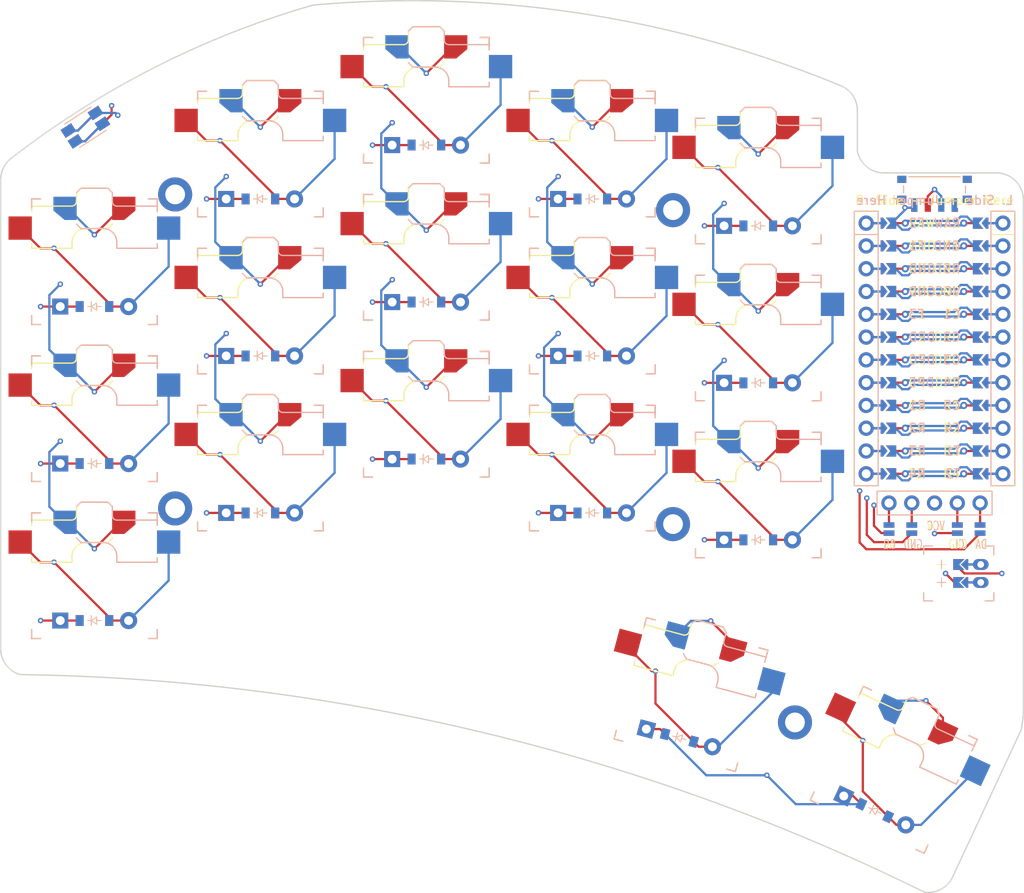
<source format=kicad_pcb>
(kicad_pcb (version 20221018) (generator pcbnew)
  (title_block (title "snak") (rev "0.1") (company "JackMatanky"))
  (layers (0 "F.Cu" signal) (31 "B.Cu" signal) (34 "B.Paste" user) (35 "F.Paste" user) (36 "B.SilkS" user "B.Silkscreen") (37 "F.SilkS" user "F.Silkscreen") (38 "B.Mask" user) (39 "F.Mask" user) (44 "Edge.Cuts" user))
  (net 0 "")
  (net 1 "C1")
  (net 2 "pinky_bot")
  (net 3 "pinky_mid")
  (net 4 "pinky_top")
  (net 5 "C2")
  (net 6 "ring_bot")
  (net 7 "ring_mid")
  (net 8 "ring_top")
  (net 9 "C3")
  (net 10 "middle_bot")
  (net 11 "middle_mid")
  (net 12 "middle_top")
  (net 13 "C4")
  (net 14 "index_bot")
  (net 15 "index_mid")
  (net 16 "index_top")
  (net 17 "C5")
  (net 18 "inner_bot")
  (net 19 "inner_mid")
  (net 20 "inner_top")
  (net 21 "T1")
  (net 22 "out_home")
  (net 23 "T2")
  (net 24 "in_home")
  (net 25 "R3")
  (net 26 "R2")
  (net 27 "R1")
  (net 28 "R4")
  (net 29 "RAW")
  (net 30 "GND")
  (net 31 "RST")
  (net 32 "VCC")
  (net 33 "F4")
  (net 34 "F2")
  (net 35 "F1")
  (net 36 "F3")
  (net 37 "DPD")
  (net 38 "DPC")
  (net 39 "DPE")
  (net 40 "MCU1_24")
  (net 41 "MCU1_1")
  (net 42 "MCU1_23")
  (net 43 "MCU1_2")
  (net 44 "MCU1_22")
  (net 45 "MCU1_3")
  (net 46 "MCU1_21")
  (net 47 "MCU1_4")
  (net 48 "MCU1_20")
  (net 49 "MCU1_5")
  (net 50 "MCU1_19")
  (net 51 "MCU1_6")
  (net 52 "MCU1_18")
  (net 53 "MCU1_7")
  (net 54 "MCU1_17")
  (net 55 "MCU1_8")
  (net 56 "MCU1_16")
  (net 57 "MCU1_9")
  (net 58 "MCU1_15")
  (net 59 "MCU1_10")
  (net 60 "MCU1_14")
  (net 61 "MCU1_11")
  (net 62 "MCU1_13")
  (net 63 "MCU1_12")
  (net 64 "DISP1_1")
  (net 65 "DISP1_2")
  (net 66 "DISP1_4")
  (net 67 "DISP1_5")
  (net 68 "pos")
  (net 69 "JST1_1")
  (net 70 "JST1_2")
  (footprint "VIA-0.6mm" (layer "F.Cu") (at 192.692132 113.931374 -25)
    (fp_text reference "REF**" hide)
    (fp_text value "VIA-0.6mm" hide)
  )
  (footprint "VIA-0.6mm" (layer "F.Cu") (at 132.5 63)
    (fp_text reference "REF**" hide)
    (fp_text value "VIA-0.6mm" hide)
  )
  (footprint "VIA-0.6mm" (layer "F.Cu") (at 137 79)
    (fp_text reference "REF**" hide)
    (fp_text value "VIA-0.6mm" hide)
  )
  (footprint "PG1350" (layer "F.Cu") (at 155.5 53)
    (fp_text reference "S12" hide)
    (fp_text value "")
  )
  (footprint "ComboDiode" (layer "F.Cu") (at 100 105)
    (fp_text reference "D1" hide)
    (fp_text value "" hide)
  )
  (footprint "ComboDiode" (layer "F.Cu") (at 155.5 75.5)
    (fp_text reference "D11" hide)
    (fp_text value "" hide)
  )
  (footprint "mounting_hole" (layer "F.Cu") (at 178.09111 116.355829 -15)
    (fp_text reference "H5" hide)
    (fp_text value "")
  )
  (footprint "VIA-0.6mm" (layer "F.Cu") (at 151 86.5)
    (fp_text reference "REF**" hide)
    (fp_text value "VIA-0.6mm" hide)
  )
  (footprint "VIA-0.6mm" (layer "F.Cu") (at 132.5 80.5)
    (fp_text reference "REF**" hide)
    (fp_text value "VIA-0.6mm" hide)
  )
  (footprint "ComboDiode" (layer "F.Cu") (at 155.5 58)
    (fp_text reference "D12" hide)
    (fp_text value "" hide)
  )
  (footprint "PG1350" (layer "F.Cu") (at 118.5 70.5)
    (fp_text reference "S5" hide)
    (fp_text value "")
  )
  (footprint "VIA-0.6mm" (layer "F.Cu") (at 186.1 91.35)
    (fp_text reference "REF**" hide)
    (fp_text value "VIA-0.6mm" hide)
  )
  (footprint "PG1350" (layer "F.Cu") (at 137 47)
    (fp_text reference "S9" hide)
    (fp_text value "")
  )
  (footprint "VIA-0.6mm" (layer "F.Cu") (at 95.5 81)
    (fp_text reference "REF**" hide)
    (fp_text value "VIA-0.6mm" hide)
  )
  (footprint "PG1350" (layer "F.Cu") (at 174 56)
    (fp_text reference "S15" hide)
    (fp_text value "")
  )
  (footprint "PG1350" (layer "F.Cu") (at 155.5 88)
    (fp_text reference "S10" hide)
    (fp_text value "")
  )
  (footprint "ComboDiode" (layer "F.Cu") (at 118.5 58)
    (fp_text reference "D6" hide)
    (fp_text value "" hide)
  )
  (footprint "PG1350" (layer "F.Cu") (at 137 64.5)
    (fp_text reference "S8" hide)
    (fp_text value "")
  )
  (footprint "ComboDiode" (layer "F.Cu") (at 100 70)
    (fp_text reference "D3" hide)
    (fp_text value "" hide)
  )
  (footprint "VIA-0.6mm" (layer "F.Cu") (at 132.5 45.5)
    (fp_text reference "REF**" hide)
    (fp_text value "VIA-0.6mm" hide)
  )
  (footprint "VIA-0.6mm" (layer "F.Cu") (at 162.541562 110.636426 -15)
    (fp_text reference "REF**" hide)
    (fp_text value "VIA-0.6mm" hide)
  )
  (footprint "PG1350" (layer "F.Cu") (at 100 100)
    (fp_text reference "S1" hide)
    (fp_text value "")
  )
  (footprint "VIA-0.6mm" (layer "F.Cu") (at 149.5 93)
    (fp_text reference "REF**" hide)
    (fp_text value "VIA-0.6mm" hide)
  )
  (footprint "VIA-0.6mm" (layer "F.Cu") (at 96.2 67.5)
    (fp_text reference "REF**" hide)
    (fp_text value "VIA-0.6mm" hide)
  )
  (footprint "PG1350" (layer "F.Cu") (at 100 82.5)
    (fp_text reference "S2" hide)
    (fp_text value "")
  )
  (footprint "mounting_hole" (layer "F.Cu") (at 109 57.5)
    (fp_text reference "H1" hide)
    (fp_text value "")
  )
  (footprint "VIA-0.6mm" (layer "F.Cu") (at 114 86.5)
    (fp_text reference "REF**" hide)
    (fp_text value "VIA-0.6mm" hide)
  )
  (footprint "ComboDiode" (layer "F.Cu") (at 118.5 75.5)
    (fp_text reference "D5" hide)
    (fp_text value "" hide)
  )
  (footprint "VIA-0.6mm" (layer "F.Cu") (at 101.913543 47.601169 123)
    (fp_text reference "REF**" hide)
    (fp_text value "VIA-0.6mm" hide)
  )
  (footprint "VIA-0.6mm" (layer "F.Cu") (at 133.2 49.5)
    (fp_text reference "REF**" hide)
    (fp_text value "VIA-0.6mm" hide)
  )
  (footprint "ComboDiode" (layer "F.Cu") (at 174 96)
    (fp_text reference "D13" hide)
    (fp_text value "" hide)
  )
  (footprint "ComboDiode" (layer "F.Cu") (at 174 61)
    (fp_text reference "D15" hide)
    (fp_text value "" hide)
  )
  (footprint "ComboDiode" (layer "F.Cu") (at 137 87)
    (fp_text reference "D7" hide)
    (fp_text value "" hide)
  )
  (footprint "mounting_hole" (layer "F.Cu") (at 164.5 59.25)
    (fp_text reference "H3" hide)
    (fp_text value "")
  )
  (footprint "VIA-0.6mm" (layer "F.Cu") (at 169.5 89.5)
    (fp_text reference "REF**" hide)
    (fp_text value "VIA-0.6mm" hide)
  )
  (footprint "nice!view" (layer "F.Cu") (at 193.65 75.2)
    (fp_text reference "DISP1" hide)
    (fp_text value "")
  )
  (footprint "VIA-0.6mm" (layer "F.Cu") (at 114.7 73)
    (fp_text reference "REF**" hide)
    (fp_text value "VIA-0.6mm" hide)
  )
  (footprint "PG1350" (layer "F.Cu") (at 189.099877 121.63499 -25)
    (fp_text reference "S17" hide)
    (fp_text value "")
  )
  (footprint "JST_PH_S2B-PH-K" (layer "F.Cu") (at 198.8 99.75 -90)
    (fp_text reference "JST1" hide)
    (fp_text value "")
  )
  (footprint "VIA-0.6mm" (layer "F.Cu") (at 170.2 58.5)
    (fp_text reference "REF**" hide)
    (fp_text value "VIA-0.6mm" hide)
  )
  (footprint "VIA-0.6mm" (layer "F.Cu") (at 201.15 99.75 -90)
    (fp_text reference "REF**" hide)
    (fp_text value "VIA-0.6mm" hide)
  )
  (footprint "PG1350" (layer "F.Cu") (at 118.5 88)
    (fp_text reference "S4" hide)
    (fp_text value "")
  )
  (footprint "VIA-0.6mm" (layer "F.Cu") (at 155.5 50)
    (fp_text reference "REF**" hide)
    (fp_text value "VIA-0.6mm" hide)
  )
  (footprint "VIA-0.6mm" (layer "F.Cu") (at 186.9 92.15)
    (fp_text reference "REF**" hide)
    (fp_text value "VIA-0.6mm" hide)
  )
  (footprint "VIA-0.6mm" (layer "F.Cu") (at 168 96)
    (fp_text reference "REF**" hide)
    (fp_text value "VIA-0.6mm" hide)
  )
  (footprint "VIA-0.6mm" (layer "F.Cu") (at 155.5 85)
    (fp_text reference "REF**" hide)
    (fp_text value "VIA-0.6mm" hide)
  )
  (footprint "VIA-0.6mm" (layer "F.Cu") (at 100 62)
    (fp_text reference "REF**" hide)
    (fp_text value "VIA-0.6mm" hide)
  )
  (footprint "VIA-0.6mm" (layer "F.Cu") (at 94 105)
    (fp_text reference "REF**" hide)
    (fp_text value "VIA-0.6mm" hide)
  )
  (footprint "VIA-0.6mm" (layer "F.Cu") (at 151 51.5)
    (fp_text reference "REF**" hide)
    (fp_text value "VIA-0.6mm" hide)
  )
  (footprint "VIA-0.6mm" (layer "F.Cu") (at 151.7 73)
    (fp_text reference "REF**" hide)
    (fp_text value "VIA-0.6mm" hide)
  )
  (footprint "VIA-0.6mm" (layer "F.Cu") (at 133.2 67)
    (fp_text reference "REF**" hide)
    (fp_text value "VIA-0.6mm" hide)
  )
  (footprint "VIA-0.6mm" (layer "F.Cu") (at 131 87)
    (fp_text reference "REF**" hide)
    (fp_text value "VIA-0.6mm" hide)
  )
  (footprint "VIA-0.6mm" (layer "F.Cu") (at 100 79.5)
    (fp_text reference "REF**" hide)
    (fp_text value "VIA-0.6mm" hide)
  )
  (footprint "VIA-0.6mm" (layer "F.Cu") (at 169.5 54.5)
    (fp_text reference "REF**" hide)
    (fp_text value "VIA-0.6mm" hide)
  )
  (footprint "VIA-0.6mm" (layer "F.Cu") (at 94 70)
    (fp_text reference "REF**" hide)
    (fp_text value "VIA-0.6mm" hide)
  )
  (footprint "VIA-0.6mm" (layer "F.Cu") (at 112.5 75.5)
    (fp_text reference "REF**" hide)
    (fp_text value "VIA-0.6mm" hide)
  )
  (footprint "VIA-0.6mm" (layer "F.Cu") (at 95.5 98.5)
    (fp_text reference "REF**" hide)
    (fp_text value "VIA-0.6mm" hide)
  )
  (footprint "VIA-0.6mm" (layer "F.Cu") (at 174 70.5)
    (fp_text reference "REF**" hide)
    (fp_text value "VIA-0.6mm" hide)
  )
  (footprint "VIA-0.6mm" (layer "F.Cu") (at 118.5 50)
    (fp_text reference "REF**" hide)
    (fp_text value "VIA-0.6mm" hide)
  )
  (footprint "VIA-0.6mm" (layer "F.Cu") (at 131 52)
    (fp_text reference "REF**" hide)
    (fp_text value "VIA-0.6mm" hide)
  )
  (footprint "ComboDiode" (layer "F.Cu") (at 137 52)
    (fp_text reference "D9" hide)
    (fp_text value "" hide)
  )
  (footprint "VIA-0.6mm" (layer "F.Cu") (at 112.5 93)
    (fp_text reference "REF**" hide)
    (fp_text value "VIA-0.6mm" hide)
  )
  (footprint "VIA-0.6mm" (layer "F.Cu") (at 149.5 58)
    (fp_text reference "REF**" hide)
    (fp_text value "VIA-0.6mm" hide)
  )
  (footprint "VIA-0.6mm" (layer "F.Cu") (at 149.5 75.5)
    (fp_text reference "REF**" hide)
    (fp_text value "VIA-0.6mm" hide)
  )
  (footprint "VIA-0.6mm" (layer "F.Cu") (at 118.5 85)
    (fp_text reference "REF**" hide)
    (fp_text value "VIA-0.6mm" hide)
  )
  (footprint "mounting_hole" (layer "F.Cu") (at 164.5 94.25)
    (fp_text reference "H4" hide)
    (fp_text value "")
  )
  (footprint "nice_nano" (layer "F.Cu") (at 193.65 73.4)
    (fp_text reference "MCU1" hide)
    (fp_text value "")
  )
  (footprint "mounting_hole" (layer "F.Cu") (at 109 92.5)
    (fp_text reference "H2" hide)
    (fp_text value "")
  )
  (footprint "VIA-0.6mm" (layer "F.Cu") (at 95.5 63.5)
    (fp_text reference "REF**" hide)
    (fp_text value "VIA-0.6mm" hide)
  )
  (footprint "ComboDiode" (layer "F.Cu") (at 118.5 93)
    (fp_text reference "D4" hide)
    (fp_text value "" hide)
  )
  (footprint "VIA-0.6mm" (layer "F.Cu") (at 112.5 58)
    (fp_text reference "REF**" hide)
    (fp_text value "VIA-0.6mm" hide)
  )
  (footprint "PG1350" (layer "F.Cu") (at 100 65)
    (fp_text reference "S3" hide)
    (fp_text value "")
  )
  (footprint "VIA-0.6mm" (layer "F.Cu") (at 174 53)
    (fp_text reference "REF**" hide)
    (fp_text value "VIA-0.6mm" hide)
  )
  (footprint "VIA-0.6mm" (layer "F.Cu") (at 168 61)
    (fp_text reference "REF**" hide)
    (fp_text value "VIA-0.6mm" hide)
  )
  (footprint "PG1350" (layer "F.Cu") (at 118.5 53)
    (fp_text reference "S6" hide)
    (fp_text value "")
  )
  (footprint "VIA-0.6mm" (layer "F.Cu") (at 185.3 90.55)
    (fp_text reference "REF**" hide)
    (fp_text value "VIA-0.6mm" hide)
  )
  (footprint "VIA-0.6mm" (layer "F.Cu") (at 94 87.5)
    (fp_text reference "REF**" hide)
    (fp_text value "VIA-0.6mm" hide)
  )
  (footprint "VIA-0.6mm" (layer "F.Cu") (at 118.5 67.5)
    (fp_text reference "REF**" hide)
    (fp_text value "VIA-0.6mm" hide)
  )
  (footprint "VIA-0.6mm" (layer "F.Cu") (at 168.699962 105.039631 -15)
    (fp_text reference "REF**" hide)
    (fp_text value "VIA-0.6mm" hide)
  )
  (footprint "VIA-0.6mm" (layer "F.Cu") (at 190.35 58.975 90)
    (fp_text reference "REF**" hide)
    (fp_text value "VIA-0.6mm" hide)
  )
  (footprint "power_switch" (layer "F.Cu") (at 193.65 56.95 90)
    (fp_text reference "SW1" hide)
    (fp_text value "")
  )
  (footprint "sw_reset_side" (layer "F.Cu") (at 99 50 123)
    (fp_text reference "SW2" hide)
    (fp_text value "")
  )
  (footprint "VIA-0.6mm" (layer "F.Cu") (at 131 69.5)
    (fp_text reference "REF**" hide)
    (fp_text value "VIA-0.6mm" hide)
  )
  (footprint "VIA-0.6mm" (layer "F.Cu") (at 155.5 67.5)
    (fp_text reference "REF**" hide)
    (fp_text value "VIA-0.6mm" hide)
  )
  (footprint "PG1350" (layer "F.Cu") (at 166.5 113.25 -15)
    (fp_text reference "S16" hide)
    (fp_text value "")
  )
  (footprint "VIA-0.6mm" (layer "F.Cu") (at 114.7 55.5)
    (fp_text reference "REF**" hide)
    (fp_text value "VIA-0.6mm" hide)
  )
  (footprint "ComboDiode" (layer "F.Cu") (at 186.986786 126.166529 -25)
    (fp_text reference "D17" hide)
    (fp_text value "" hide)
  )
  (footprint "ComboDiode" (layer "F.Cu") (at 100 87.5)
    (fp_text reference "D2" hide)
    (fp_text value "" hide)
  )
  (footprint "VIA-0.6mm" (layer "F.Cu") (at 174.959897 122.246118 -15)
    (fp_text reference "REF**" hide)
    (fp_text value "VIA-0.6mm" hide)
  )
  (footprint "VIA-0.6mm" (layer "F.Cu") (at 96.2 85)
    (fp_text reference "REF**" hide)
    (fp_text value "VIA-0.6mm" hide)
  )
  (footprint "VIA-0.6mm" (layer "F.Cu") (at 151.7 55.5)
    (fp_text reference "REF**" hide)
    (fp_text value "VIA-0.6mm" hide)
  )
  (footprint "VIA-0.6mm" (layer "F.Cu") (at 100 97)
    (fp_text reference "REF**" hide)
    (fp_text value "VIA-0.6mm" hide)
  )
  (footprint "PG1350" (layer "F.Cu") (at 174 91)
    (fp_text reference "S13" hide)
    (fp_text value "")
  )
  (footprint "VIA-0.6mm" (layer "F.Cu") (at 174 88)
    (fp_text reference "REF**" hide)
    (fp_text value "VIA-0.6mm" hide)
  )
  (footprint "VIA-0.6mm" (layer "F.Cu") (at 151 69)
    (fp_text reference "REF**" hide)
    (fp_text value "VIA-0.6mm" hide)
  )
  (footprint "PG1350" (layer "F.Cu") (at 137 82)
    (fp_text reference "S7" hide)
    (fp_text value "")
  )
  (footprint "VIA-0.6mm" (layer "F.Cu") (at 102.607958 48.670474 123)
    (fp_text reference "REF**" hide)
    (fp_text value "VIA-0.6mm" hide)
  )
  (footprint "VIA-0.6mm" (layer "F.Cu") (at 137 61.5)
    (fp_text reference "REF**" hide)
    (fp_text value "VIA-0.6mm" hide)
  )
  (footprint "VIA-0.6mm" (layer "F.Cu") (at 185.655419 118.373746 -25)
    (fp_text reference "REF**" hide)
    (fp_text value "VIA-0.6mm" hide)
  )
  (footprint "ComboDiode" (layer "F.Cu") (at 137 69.5)
    (fp_text reference "D8" hide)
    (fp_text value "" hide)
  )
  (footprint "ComboDiode" (layer "F.Cu") (at 165.205905 118.079629 -15)
    (fp_text reference "D16" hide)
    (fp_text value "" hide)
  )
  (footprint "VIA-0.6mm" (layer "F.Cu") (at 168 78.5)
    (fp_text reference "REF**" hide)
    (fp_text value "VIA-0.6mm" hide)
  )
  (footprint "VIA-0.6mm" (layer "F.Cu") (at 193.65 95.3)
    (fp_text reference "REF**" hide)
    (fp_text value "VIA-0.6mm" hide)
  )
  (footprint "ComboDiode" (layer "F.Cu") (at 174 78.5)
    (fp_text reference "D14" hide)
    (fp_text value "" hide)
  )
  (footprint "ComboDiode" (layer "F.Cu") (at 155.5 93)
    (fp_text reference "D10" hide)
    (fp_text value "" hide)
  )
  (footprint "VIA-0.6mm" (layer "F.Cu") (at 194.875 99.75 -90)
    (fp_text reference "REF**" hide)
    (fp_text value "VIA-0.6mm" hide)
  )
  (footprint "PG1350" (layer "F.Cu") (at 155.5 70.5)
    (fp_text reference "S11" hide)
    (fp_text value "")
  )
  (footprint "VIA-0.6mm" (layer "F.Cu") (at 170.2 76)
    (fp_text reference "REF**" hide)
    (fp_text value "VIA-0.6mm" hide)
  )
  (footprint "VIA-0.6mm" (layer "F.Cu") (at 137 44)
    (fp_text reference "REF**" hide)
    (fp_text value "VIA-0.6mm" hide)
  )
  (footprint "VIA-0.6mm" (layer "F.Cu") (at 193.65 56.95 90)
    (fp_text reference "REF**" hide)
    (fp_text value "VIA-0.6mm" hide)
  )
  (footprint "VIA-0.6mm" (layer "F.Cu") (at 114 69)
    (fp_text reference "REF**" hide)
    (fp_text value "VIA-0.6mm" hide)
  )
  (footprint "PG1350" (layer "F.Cu") (at 174 73.5)
    (fp_text reference "S14" hide)
    (fp_text value "")
  )
  (footprint "VIA-0.6mm" (layer "F.Cu") (at 169.5 72)
    (fp_text reference "REF**" hide)
    (fp_text value "VIA-0.6mm" hide)
  )
  (footprint "VIA-0.6mm" (layer "F.Cu") (at 114 51.5)
    (fp_text reference "REF**" hide)
    (fp_text value "VIA-0.6mm" hide)
  )
  (gr_arc (start 89.55 55.853425) (mid 89.855934 54.533573) (end 90.71134 53.482912) (stroke (width 0.15)) (layer "Edge.Cuts"))
  (gr_line (start 203.329255 117.148209) (end 195.668338 133.577098) (stroke (width 0.15)) (layer "Edge.Cuts"))
  (gr_line (start 203.55 58.1) (end 203.55 115.55) (stroke (width 0.15)) (layer "Edge.Cuts"))
  (gr_line (start 89.55 108.136568) (end 89.55 55.853425) (stroke (width 0.15)) (layer "Edge.Cuts"))
  (gr_line (start 188 55.1) (end 200.55 55.1) (stroke (width 0.15)) (layer "Edge.Cuts"))
  (gr_line (start 185.05 52.645436) (end 185.05 48.15509) (stroke (width 0.15)) (layer "Edge.Cuts"))
  (gr_arc (start 188 55.1) (mid 186.081186 54.406112) (end 185.05 52.645436) (stroke (width 0.15)) (layer "Edge.Cuts"))
  (gr_arc (start 91.729528 111.022192) (mid 143.483319 117.522792) (end 192.528304 135.279541) (stroke (width 0.15)) (layer "Edge.Cuts"))
  (gr_arc (start 90.711341 53.482912) (mid 106.599129 43.400276) (end 124.094477 36.472495) (stroke (width 0.15)) (layer "Edge.Cuts"))
  (gr_arc (start 91.729527 111.022192) (mid 90.15611 109.944686) (end 89.55 108.136568) (stroke (width 0.15)) (layer "Edge.Cuts"))
  (gr_arc (start 200.55 55.1) (mid 202.67132 55.97868) (end 203.55 58.1) (stroke (width 0.15)) (layer "Edge.Cuts"))
  (gr_arc (start 124.673264 36.364467) (mid 154.476426 37.3582) (end 183.196172 45.382674) (stroke (width 0.15)) (layer "Edge.Cuts"))
  (gr_arc (start 183.196172 45.382674) (mid 184.543844 46.487534) (end 185.05 48.15509) (stroke (width 0.15)) (layer "Edge.Cuts"))
  (gr_line (start 203.55 115.55) (end 203.329255 117.148209) (stroke (width 0.15)) (layer "Edge.Cuts"))
  (gr_arc (start 124.094477 36.472495) (mid 124.381214 36.404248) (end 124.673265 36.364467) (stroke (width 0.15)) (layer "Edge.Cuts"))
  (gr_arc (start 195.668337 133.577097) (mid 194.379297 134.946558) (end 192.528304 135.27954) (stroke (width 0.15)) (layer "Edge.Cuts"))
  (segment (start 198.43 70.86) (end 196.91 70.86) (width 0.25) (layer "F.Cu") (net 1))
  (segment (start 103.275 76.55) (end 102.95 76.55) (width 0.25) (layer "F.Cu") (net 1))
  (segment (start 102.95 59.05) (end 100 62) (width 0.25) (layer "F.Cu") (net 1))
  (segment (start 103.275 59.05) (end 102.95 59.05) (width 0.25) (layer "F.Cu") (net 1))
  (segment (start 102.95 76.55) (end 100 79.5) (width 0.25) (layer "F.Cu") (net 1))
  (segment (start 103.275 94.05) (end 102.95 94.05) (width 0.25) (layer "F.Cu") (net 1))
  (segment (start 102.95 94.05) (end 100 97) (width 0.25) (layer "F.Cu") (net 1))
  (segment (start 94.976 86.224) (end 96.2 85) (width 0.25) (layer "B.Cu") (net 1))
  (segment (start 94.976 92.301) (end 94.976 86.224) (width 0.25) (layer "B.Cu") (net 1))
  (segment (start 191.11 71.2) (end 191.2 71.11) (width 0.25) (layer "B.Cu") (net 1))
  (segment (start 96.725 59.05) (end 97.05 59.05) (width 0.25) (layer "B.Cu") (net 1))
  (segment (start 96.725 94.05) (end 94.976 92.301) (width 0.25) (layer "B.Cu") (net 1))
  (segment (start 190.04 71.59) (end 190.74 71.59) (width 0.25) (layer "B.Cu") (net 1))
  (segment (start 188.88 70.86) (end 189.31 70.86) (width 0.25) (layer "B.Cu") (net 1))
  (segment (start 96.725 76.55) (end 94.976 74.801) (width 0.25) (layer "B.Cu") (net 1))
  (segment (start 191.11 71.21) (end 191.11 71.2) (width 0.25) (layer "B.Cu") (net 1))
  (segment (start 196.66 71.11) (end 196.91 70.86) (width 0.25) (layer "B.Cu") (net 1))
  (segment (start 96.725 94.05) (end 97.05 94.05) (width 0.25) (layer "B.Cu") (net 1))
  (segment (start 97.05 76.55) (end 100 79.5) (width 0.25) (layer "B.Cu") (net 1))
  (segment (start 96.725 76.55) (end 97.05 76.55) (width 0.25) (layer "B.Cu") (net 1))
  (segment (start 94.976 74.801) (end 94.976 68.724) (width 0.25) (layer "B.Cu") (net 1))
  (segment (start 191.2 71.11) (end 196.66 71.11) (width 0.25) (layer "B.Cu") (net 1))
  (segment (start 94.976 68.724) (end 96.2 67.5) (width 0.25) (layer "B.Cu") (net 1))
  (segment (start 190.74 71.59) (end 191.11 71.21) (width 0.25) (layer "B.Cu") (net 1))
  (segment (start 97.05 59.05) (end 100 62) (width 0.25) (layer "B.Cu") (net 1))
  (segment (start 97.05 94.05) (end 100 97) (width 0.25) (layer "B.Cu") (net 1))
  (segment (start 189.31 70.86) (end 190.04 71.59) (width 0.25) (layer "B.Cu") (net 1))
  (segment (start 91.725 96.25) (end 93.975 98.5) (width 0.25) (layer "F.Cu") (net 2))
  (segment (start 95.5 98.5) (end 101.65 104.65) (width 0.25) (layer "F.Cu") (net 2))
  (segment (start 93.975 98.5) (end 95.5 98.5) (width 0.25) (layer "F.Cu") (net 2))
  (segment (start 103.81 105) (end 101.65 105) (width 0.25) (layer "F.Cu") (net 2))
  (segment (start 101.65 104.65) (end 101.65 105) (width 0.25) (layer "F.Cu") (net 2))
  (segment (start 108.275 100.535) (end 103.81 105) (width 0.25) (layer "B.Cu") (net 2))
  (segment (start 108.275 96.25) (end 108.275 100.535) (width 0.25) (layer "B.Cu") (net 2))
  (segment (start 93.975 81) (end 95.5 81) (width 0.25) (layer "F.Cu") (net 3))
  (segment (start 103.81 87.5) (end 101.65 87.5) (width 0.25) (layer "F.Cu") (net 3))
  (segment (start 95.5 81) (end 101.65 87.15) (width 0.25) (layer "F.Cu") (net 3))
  (segment (start 91.725 78.75) (end 93.975 81) (width 0.25) (layer "F.Cu") (net 3))
  (segment (start 101.65 87.15) (end 101.65 87.5) (width 0.25) (layer "F.Cu") (net 3))
  (segment (start 108.275 83.035) (end 103.81 87.5) (width 0.25) (layer "B.Cu") (net 3))
  (segment (start 108.275 78.75) (end 108.275 83.035) (width 0.25) (layer "B.Cu") (net 3))
  (segment (start 93.975 63.5) (end 95.5 63.5) (width 0.25) (layer "F.Cu") (net 4))
  (segment (start 101.65 69.65) (end 101.65 70) (width 0.25) (layer "F.Cu") (net 4))
  (segment (start 95.5 63.5) (end 101.65 69.65) (width 0.25) (layer "F.Cu") (net 4))
  (segment (start 91.725 61.25) (end 93.975 63.5) (width 0.25) (layer "F.Cu") (net 4))
  (segment (start 101.65 70) (end 103.81 70) (width 0.25) (layer "F.Cu") (net 4))
  (segment (start 108.275 65.535) (end 103.81 70) (width 0.25) (layer "B.Cu") (net 4))
  (segment (start 108.275 61.25) (end 108.275 65.535) (width 0.25) (layer "B.Cu") (net 4))
  (segment (start 121.775 64.55) (end 121.45 64.55) (width 0.25) (layer "F.Cu") (net 5))
  (segment (start 198.43 73.4) (end 196.91 73.4) (width 0.25) (layer "F.Cu") (net 5))
  (segment (start 121.45 64.55) (end 118.5 67.5) (width 0.25) (layer "F.Cu") (net 5))
  (segment (start 121.775 47.05) (end 121.45 47.05) (width 0.25) (layer "F.Cu") (net 5))
  (segment (start 121.45 47.05) (end 118.5 50) (width 0.25) (layer "F.Cu") (net 5))
  (segment (start 121.45 82.05) (end 118.5 85) (width 0.25) (layer "F.Cu") (net 5))
  (segment (start 121.775 82.05) (end 121.45 82.05) (width 0.25) (layer "F.Cu") (net 5))
  (segment (start 191.2 73.65) (end 196.66 73.65) (width 0.25) (layer "B.Cu") (net 5))
  (segment (start 115.225 64.55) (end 115.55 64.55) (width 0.25) (layer "B.Cu") (net 5))
  (segment (start 191.11 73.74) (end 191.2 73.65) (width 0.25) (layer "B.Cu") (net 5))
  (segment (start 115.55 64.55) (end 118.5 67.5) (width 0.25) (layer "B.Cu") (net 5))
  (segment (start 188.88 73.4) (end 189.31 73.4) (width 0.25) (layer "B.Cu") (net 5))
  (segment (start 115.225 82.05) (end 115.55 82.05) (width 0.25) (layer "B.Cu") (net 5))
  (segment (start 113.476 74.224) (end 114.7 73) (width 0.25) (layer "B.Cu") (net 5))
  (segment (start 113.476 56.724) (end 114.7 55.5) (width 0.25) (layer "B.Cu") (net 5))
  (segment (start 190.04 74.13) (end 190.74 74.13) (width 0.25) (layer "B.Cu") (net 5))
  (segment (start 115.55 82.05) (end 118.5 85) (width 0.25) (layer "B.Cu") (net 5))
  (segment (start 191.11 73.75) (end 191.11 73.74) (width 0.25) (layer "B.Cu") (net 5))
  (segment (start 189.31 73.4) (end 190.04 74.13) (width 0.25) (layer "B.Cu") (net 5))
  (segment (start 115.55 47.05) (end 118.5 50) (width 0.25) (layer "B.Cu") (net 5))
  (segment (start 190.74 74.13) (end 191.11 73.75) (width 0.25) (layer "B.Cu") (net 5))
  (segment (start 115.225 64.55) (end 113.476 62.801) (width 0.25) (layer "B.Cu") (net 5))
  (segment (start 196.66 73.65) (end 196.91 73.4) (width 0.25) (layer "B.Cu") (net 5))
  (segment (start 113.476 62.801) (end 113.476 56.724) (width 0.25) (layer "B.Cu") (net 5))
  (segment (start 113.476 80.301) (end 113.476 74.224) (width 0.25) (layer "B.Cu") (net 5))
  (segment (start 115.225 82.05) (end 113.476 80.301) (width 0.25) (layer "B.Cu") (net 5))
  (segment (start 115.225 47.05) (end 115.55 47.05) (width 0.25) (layer "B.Cu") (net 5))
  (segment (start 120.15 92.65) (end 120.15 93) (width 0.25) (layer "F.Cu") (net 6))
  (segment (start 110.225 84.25) (end 112.475 86.5) (width 0.25) (layer "F.Cu") (net 6))
  (segment (start 114 86.5) (end 120.15 92.65) (width 0.25) (layer "F.Cu") (net 6))
  (segment (start 112.475 86.5) (end 114 86.5) (width 0.25) (layer "F.Cu") (net 6))
  (segment (start 122.31 93) (end 120.15 93) (width 0.25) (layer "F.Cu") (net 6))
  (segment (start 126.775 88.535) (end 122.31 93) (width 0.25) (layer "B.Cu") (net 6))
  (segment (start 126.775 84.25) (end 126.775 88.535) (width 0.25) (layer "B.Cu") (net 6))
  (segment (start 122.31 75.5) (end 120.15 75.5) (width 0.25) (layer "F.Cu") (net 7))
  (segment (start 112.475 69) (end 114 69) (width 0.25) (layer "F.Cu") (net 7))
  (segment (start 110.225 66.75) (end 112.475 69) (width 0.25) (layer "F.Cu") (net 7))
  (segment (start 114 69) (end 120.15 75.15) (width 0.25) (layer "F.Cu") (net 7))
  (segment (start 120.15 75.15) (end 120.15 75.5) (width 0.25) (layer "F.Cu") (net 7))
  (segment (start 126.775 66.75) (end 126.775 71.035) (width 0.25) (layer "B.Cu") (net 7))
  (segment (start 126.775 71.035) (end 122.31 75.5) (width 0.25) (layer "B.Cu") (net 7))
  (segment (start 114 51.5) (end 120.15 57.65) (width 0.25) (layer "F.Cu") (net 8))
  (segment (start 122.31 58) (end 120.15 58) (width 0.25) (layer "F.Cu") (net 8))
  (segment (start 112.475 51.5) (end 114 51.5) (width 0.25) (layer "F.Cu") (net 8))
  (segment (start 110.225 49.25) (end 112.475 51.5) (width 0.25) (layer "F.Cu") (net 8))
  (segment (start 120.15 57.65) (end 120.15 58) (width 0.25) (layer "F.Cu") (net 8))
  (segment (start 126.775 49.25) (end 126.775 53.535) (width 0.25) (layer "B.Cu") (net 8))
  (segment (start 126.775 53.535) (end 122.31 58) (width 0.25) (layer "B.Cu") (net 8))
  (segment (start 140.275 41.05) (end 139.95 41.05) (width 0.25) (layer "F.Cu") (net 9))
  (segment (start 139.95 41.05) (end 137 44) (width 0.25) (layer "F.Cu") (net 9))
  (segment (start 140.275 76.05) (end 139.95 76.05) (width 0.25) (layer "F.Cu") (net 9))
  (segment (start 139.95 58.55) (end 137 61.5) (width 0.25) (layer "F.Cu") (net 9))
  (segment (start 140.275 58.55) (end 139.95 58.55) (width 0.25) (layer "F.Cu") (net 9))
  (segment (start 139.95 76.05) (end 137 79) (width 0.25) (layer "F.Cu") (net 9))
  (segment (start 198.43 75.94) (end 196.91 75.94) (width 0.25) (layer "F.Cu") (net 9))
  (segment (start 134.05 76.05) (end 137 79) (width 0.25) (layer "B.Cu") (net 9))
  (segment (start 133.725 41.05) (end 134.05 41.05) (width 0.25) (layer "B.Cu") (net 9))
  (segment (start 188.88 75.94) (end 189.31 75.94) (width 0.25) (layer "B.Cu") (net 9))
  (segment (start 190.04 76.67) (end 190.74 76.67) (width 0.25) (layer "B.Cu") (net 9))
  (segment (start 190.74 76.67) (end 191.11 76.29) (width 0.25) (layer "B.Cu") (net 9))
  (segment (start 134.05 58.55) (end 137 61.5) (width 0.25) (layer "B.Cu") (net 9))
  (segment (start 191.11 76.28) (end 191.2 76.19) (width 0.25) (layer "B.Cu") (net 9))
  (segment (start 191.11 76.29) (end 191.11 76.28) (width 0.25) (layer "B.Cu") (net 9))
  (segment (start 131.976 74.301) (end 131.976 68.224) (width 0.25) (layer "B.Cu") (net 9))
  (segment (start 133.725 58.55) (end 134.05 58.55) (width 0.25) (layer "B.Cu") (net 9))
  (segment (start 196.66 76.19) (end 196.91 75.94) (width 0.25) (layer "B.Cu") (net 9))
  (segment (start 189.31 75.94) (end 190.04 76.67) (width 0.25) (layer "B.Cu") (net 9))
  (segment (start 133.725 76.05) (end 131.976 74.301) (width 0.25) (layer "B.Cu") (net 9))
  (segment (start 191.2 76.19) (end 196.66 76.19) (width 0.25) (layer "B.Cu") (net 9))
  (segment (start 131.976 56.801) (end 131.976 50.724) (width 0.25) (layer "B.Cu") (net 9))
  (segment (start 133.725 58.55) (end 131.976 56.801) (width 0.25) (layer "B.Cu") (net 9))
  (segment (start 133.725 76.05) (end 134.05 76.05) (width 0.25) (layer "B.Cu") (net 9))
  (segment (start 131.976 50.724) (end 133.2 49.5) (width 0.25) (layer "B.Cu") (net 9))
  (segment (start 131.976 68.224) (end 133.2 67) (width 0.25) (layer "B.Cu") (net 9))
  (segment (start 134.05 41.05) (end 137 44) (width 0.25) (layer "B.Cu") (net 9))
  (segment (start 140.81 87) (end 138.65 87) (width 0.25) (layer "F.Cu") (net 10))
  (segment (start 132.5 80.5) (end 138.65 86.65) (width 0.25) (layer "F.Cu") (net 10))
  (segment (start 138.65 86.65) (end 138.65 87) (width 0.25) (layer "F.Cu") (net 10))
  (segment (start 128.725 78.25) (end 130.975 80.5) (width 0.25) (layer "F.Cu") (net 10))
  (segment (start 130.975 80.5) (end 132.5 80.5) (width 0.25) (layer "F.Cu") (net 10))
  (segment (start 145.275 82.535) (end 140.81 87) (width 0.25) (layer "B.Cu") (net 10))
  (segment (start 145.275 78.25) (end 145.275 82.535) (width 0.25) (layer "B.Cu") (net 10))
  (segment (start 140.81 69.5) (end 138.65 69.5) (width 0.25) (layer "F.Cu") (net 11))
  (segment (start 128.725 60.75) (end 130.975 63) (width 0.25) (layer "F.Cu") (net 11))
  (segment (start 138.65 69.15) (end 138.65 69.5) (width 0.25) (layer "F.Cu") (net 11))
  (segment (start 132.5 63) (end 138.65 69.15) (width 0.25) (layer "F.Cu") (net 11))
  (segment (start 130.975 63) (end 132.5 63) (width 0.25) (layer "F.Cu") (net 11))
  (segment (start 145.275 65.035) (end 140.81 69.5) (width 0.25) (layer "B.Cu") (net 11))
  (segment (start 145.275 60.75) (end 145.275 65.035) (width 0.25) (layer "B.Cu") (net 11))
  (segment (start 130.975 45.5) (end 132.5 45.5) (width 0.25) (layer "F.Cu") (net 12))
  (segment (start 128.725 43.25) (end 130.975 45.5) (width 0.25) (layer "F.Cu") (net 12))
  (segment (start 132.5 45.5) (end 138.65 51.65) (width 0.25) (layer "F.Cu") (net 12))
  (segment (start 140.81 52) (end 138.65 52) (width 0.25) (layer "F.Cu") (net 12))
  (segment (start 138.65 51.65) (end 138.65 52) (width 0.25) (layer "F.Cu") (net 12))
  (segment (start 145.275 43.25) (end 145.275 47.535) (width 0.25) (layer "B.Cu") (net 12))
  (segment (start 145.275 47.535) (end 140.81 52) (width 0.25) (layer "B.Cu") (net 12))
  (segment (start 158.45 47.05) (end 155.5 50) (width 0.25) (layer "F.Cu") (net 13))
  (segment (start 158.775 47.05) (end 158.45 47.05) (width 0.25) (layer "F.Cu") (net 13))
  (segment (start 158.775 64.55) (end 158.45 64.55) (width 0.25) (layer "F.Cu") (net 13))
  (segment (start 198.43 78.48) (end 196.91 78.48) (width 0.25) (layer "F.Cu") (net 13))
  (segment (start 158.775 82.05) (end 158.45 82.05) (width 0.25) (layer "F.Cu") (net 13))
  (segment (start 158.45 82.05) (end 155.5 85) (width 0.25) (layer "F.Cu") (net 13))
  (segment (start 158.45 64.55) (end 155.5 67.5) (width 0.25) (layer "F.Cu") (net 13))
  (segment (start 150.125 74.575) (end 151.7 73) (width 0.25) (layer "B.Cu") (net 13))
  (segment (start 196.66 78.73) (end 196.91 78.48) (width 0.25) (layer "B.Cu") (net 13))
  (segment (start 152.55 82.05) (end 155.5 85) (width 0.25) (layer "B.Cu") (net 13))
  (segment (start 190.74 79.21) (end 191.11 78.83) (width 0.25) (layer "B.Cu") (net 13))
  (segment (start 150.125 79.95) (end 150.125 74.575) (width 0.25) (layer "B.Cu") (net 13))
  (segment (start 190.04 79.21) (end 190.74 79.21) (width 0.25) (layer "B.Cu") (net 13))
  (segment (start 152.225 47.05) (end 152.55 47.05) (width 0.25) (layer "B.Cu") (net 13))
  (segment (start 150.476 56.724) (end 151.7 55.5) (width 0.25) (layer "B.Cu") (net 13))
  (segment (start 191.11 78.83) (end 191.11 78.82) (width 0.25) (layer "B.Cu") (net 13))
  (segment (start 191.2 78.73) (end 196.66 78.73) (width 0.25) (layer "B.Cu") (net 13))
  (segment (start 191.11 78.82) (end 191.2 78.73) (width 0.25) (layer "B.Cu") (net 13))
  (segment (start 152.225 64.55) (end 150.476 62.801) (width 0.25) (layer "B.Cu") (net 13))
  (segment (start 152.225 82.05) (end 150.125 79.95) (width 0.25) (layer "B.Cu") (net 13))
  (segment (start 188.88 78.48) (end 189.31 78.48) (width 0.25) (layer "B.Cu") (net 13))
  (segment (start 152.55 47.05) (end 155.5 50) (width 0.25) (layer "B.Cu") (net 13))
  (segment (start 152.225 64.55) (end 152.55 64.55) (width 0.25) (layer "B.Cu") (net 13))
  (segment (start 152.55 64.55) (end 155.5 67.5) (width 0.25) (layer "B.Cu") (net 13))
  (segment (start 152.225 82.05) (end 152.55 82.05) (width 0.25) (layer "B.Cu") (net 13))
  (segment (start 150.476 62.801) (end 150.476 56.724) (width 0.25) (layer "B.Cu") (net 13))
  (segment (start 189.31 78.48) (end 190.04 79.21) (width 0.25) (layer "B.Cu") (net 13))
  (segment (start 151 86.5) (end 157.15 92.65) (width 0.25) (layer "F.Cu") (net 14))
  (segment (start 147.225 84.25) (end 149.475 86.5) (width 0.25) (layer "F.Cu") (net 14))
  (segment (start 159.31 93) (end 157.15 93) (width 0.25) (layer "F.Cu") (net 14))
  (segment (start 149.475 86.5) (end 151 86.5) (width 0.25) (layer "F.Cu") (net 14))
  (segment (start 157.15 92.65) (end 157.15 93) (width 0.25) (layer "F.Cu") (net 14))
  (segment (start 163.775 88.535) (end 159.31 93) (width 0.25) (layer "B.Cu") (net 14))
  (segment (start 163.775 84.25) (end 163.775 88.535) (width 0.25) (layer "B.Cu") (net 14))
  (segment (start 159.31 75.5) (end 157.15 75.5) (width 0.25) (layer "F.Cu") (net 15))
  (segment (start 149.475 69) (end 151 69) (width 0.25) (layer "F.Cu") (net 15))
  (segment (start 147.225 66.75) (end 149.475 69) (width 0.25) (layer "F.Cu") (net 15))
  (segment (start 157.15 75.15) (end 157.15 75.5) (width 0.25) (layer "F.Cu") (net 15))
  (segment (start 151 69) (end 157.15 75.15) (width 0.25) (layer "F.Cu") (net 15))
  (segment (start 163.775 66.75) (end 163.775 71.035) (width 0.25) (layer "B.Cu") (net 15))
  (segment (start 163.775 71.035) (end 159.31 75.5) (width 0.25) (layer "B.Cu") (net 15))
  (segment (start 157.15 57.65) (end 157.15 58) (width 0.25) (layer "F.Cu") (net 16))
  (segment (start 147.225 49.25) (end 149.475 51.5) (width 0.25) (layer "F.Cu") (net 16))
  (segment (start 149.475 51.5) (end 151 51.5) (width 0.25) (layer "F.Cu") (net 16))
  (segment (start 151 51.5) (end 157.15 57.65) (width 0.25) (layer "F.Cu") (net 16))
  (segment (start 159.31 58) (end 157.15 58) (width 0.25) (layer "F.Cu") (net 16))
  (segment (start 163.775 49.25) (end 163.775 53.535) (width 0.25) (layer "B.Cu") (net 16))
  (segment (start 163.775 53.535) (end 159.31 58) (width 0.25) (layer "B.Cu") (net 16))
  (segment (start 177.275 67.55) (end 176.95 67.55) (width 0.25) (layer "F.Cu") (net 17))
  (segment (start 176.95 85.05) (end 174 88) (width 0.25) (layer "F.Cu") (net 17))
  (segment (start 177.275 50.05) (end 176.95 50.05) (width 0.25) (layer "F.Cu") (net 17))
  (segment (start 176.95 67.55) (end 174 70.5) (width 0.25) (layer "F.Cu") (net 17))
  (segment (start 176.95 50.05) (end 174 53) (width 0.25) (layer "F.Cu") (net 17))
  (segment (start 198.43 81.02) (end 196.91 81.02) (width 0.25) (layer "F.Cu") (net 17))
  (segment (start 177.275 85.05) (end 176.95 85.05) (width 0.25) (layer "F.Cu") (net 17))
  (segment (start 170.725 85.05) (end 168.976 83.301) (width 0.25) (layer "B.Cu") (net 17))
  (segment (start 189.31 81.02) (end 190.04 81.75) (width 0.25) (layer "B.Cu") (net 17))
  (segment (start 190.74 81.75) (end 191.11 81.37) (width 0.25) (layer "B.Cu") (net 17))
  (segment (start 190.04 81.75) (end 190.74 81.75) (width 0.25) (layer "B.Cu") (net 17))
  (segment (start 170.725 85.05) (end 171.05 85.05) (width 0.25) (layer "B.Cu") (net 17))
  (segment (start 170.725 67.55) (end 168.976 65.801) (width 0.25) (layer "B.Cu") (net 17))
  (segment (start 168.976 65.801) (end 168.976 59.724) (width 0.25) (layer "B.Cu") (net 17))
  (segment (start 191.11 81.36) (end 191.2 81.27) (width 0.25) (layer "B.Cu") (net 17))
  (segment (start 171.05 67.55) (end 174 70.5) (width 0.25) (layer "B.Cu") (net 17))
  (segment (start 191.2 81.27) (end 196.66 81.27) (width 0.25) (layer "B.Cu") (net 17))
  (segment (start 191.11 81.37) (end 191.11 81.36) (width 0.25) (layer "B.Cu") (net 17))
  (segment (start 170.725 50.05) (end 171.05 50.05) (width 0.25) (layer "B.Cu") (net 17))
  (segment (start 171.05 85.05) (end 174 88) (width 0.25) (layer "B.Cu") (net 17))
  (segment (start 196.66 81.27) (end 196.91 81.02) (width 0.25) (layer "B.Cu") (net 17))
  (segment (start 168.976 77.224) (end 170.2 76) (width 0.25) (layer "B.Cu") (net 17))
  (segment (start 188.88 81.02) (end 189.31 81.02) (width 0.25) (layer "B.Cu") (net 17))
  (segment (start 170.725 67.55) (end 171.05 67.55) (width 0.25) (layer "B.Cu") (net 17))
  (segment (start 171.05 50.05) (end 174 53) (width 0.25) (layer "B.Cu") (net 17))
  (segment (start 168.976 83.301) (end 168.976 77.224) (width 0.25) (layer "B.Cu") (net 17))
  (segment (start 168.976 59.724) (end 170.2 58.5) (width 0.25) (layer "B.Cu") (net 17))
  (segment (start 177.81 96) (end 175.65 96) (width 0.25) (layer "F.Cu") (net 18))
  (segment (start 165.725 87.25) (end 167.975 89.5) (width 0.25) (layer "F.Cu") (net 18))
  (segment (start 169.5 89.5) (end 175.65 95.65) (width 0.25) (layer "F.Cu") (net 18))
  (segment (start 175.65 95.65) (end 175.65 96) (width 0.25) (layer "F.Cu") (net 18))
  (segment (start 167.975 89.5) (end 169.5 89.5) (width 0.25) (layer "F.Cu") (net 18))
  (segment (start 182.275 91.535) (end 177.81 96) (width 0.25) (layer "B.Cu") (net 18))
  (segment (start 182.275 87.25) (end 182.275 91.535) (width 0.25) (layer "B.Cu") (net 18))
  (segment (start 169.5 72) (end 175.65 78.15) (width 0.25) (layer "F.Cu") (net 19))
  (segment (start 175.65 78.15) (end 175.65 78.5) (width 0.25) (layer "F.Cu") (net 19))
  (segment (start 177.81 78.5) (end 175.65 78.5) (width 0.25) (layer "F.Cu") (net 19))
  (segment (start 165.725 69.75) (end 167.975 72) (width 0.25) (layer "F.Cu") (net 19))
  (segment (start 167.975 72) (end 169.5 72) (width 0.25) (layer "F.Cu") (net 19))
  (segment (start 182.275 74.035) (end 177.81 78.5) (width 0.25) (layer "B.Cu") (net 19))
  (segment (start 182.275 69.75) (end 182.275 74.035) (width 0.25) (layer "B.Cu") (net 19))
  (segment (start 165.725 52.25) (end 167.975 54.5) (width 0.25) (layer "F.Cu") (net 20))
  (segment (start 175.65 60.65) (end 175.65 61) (width 0.25) (layer "F.Cu") (net 20))
  (segment (start 167.975 54.5) (end 169.5 54.5) (width 0.25) (layer "F.Cu") (net 20))
  (segment (start 177.81 61) (end 175.65 61) (width 0.25) (layer "F.Cu") (net 20))
  (segment (start 169.5 54.5) (end 175.65 60.65) (width 0.25) (layer "F.Cu") (net 20))
  (segment (start 182.275 56.535) (end 177.81 61) (width 0.25) (layer "B.Cu") (net 20))
  (segment (start 182.275 52.25) (end 182.275 56.535) (width 0.25) (layer "B.Cu") (net 20))
  (segment (start 198.43 86.1) (end 196.91 86.1) (width 0.25) (layer "F.Cu") (net 21))
  (segment (start 171.20338 108.350374) (end 171.20338 107.543049) (width 0.25) (layer "F.Cu") (net 21))
  (segment (start 171.20338 107.543049) (end 168.699962 105.039631) (width 0.25) (layer "F.Cu") (net 21))
  (segment (start 190.04 86.83) (end 190.74 86.83) (width 0.25) (layer "B.Cu") (net 21))
  (segment (start 166.492044 105.039631) (end 168.699962 105.039631) (width 0.25) (layer "B.Cu") (net 21))
  (segment (start 191.11 86.44) (end 191.2 86.35) (width 0.25) (layer "B.Cu") (net 21))
  (segment (start 188.88 86.1) (end 189.31 86.1) (width 0.25) (layer "B.Cu") (net 21))
  (segment (start 191.11 86.45) (end 191.11 86.44) (width 0.25) (layer "B.Cu") (net 21))
  (segment (start 190.74 86.83) (end 191.11 86.45) (width 0.25) (layer "B.Cu") (net 21))
  (segment (start 164.876566 106.655109) (end 166.492044 105.039631) (width 0.25) (layer "B.Cu") (net 21))
  (segment (start 189.31 86.1) (end 190.04 86.83) (width 0.25) (layer "B.Cu") (net 21))
  (segment (start 196.66 86.35) (end 196.91 86.1) (width 0.25) (layer "B.Cu") (net 21))
  (segment (start 191.2 86.35) (end 196.66 86.35) (width 0.25) (layer "B.Cu") (net 21))
  (segment (start 162.541562 114.248559) (end 166.799683 118.50668) (width 0.25) (layer "F.Cu") (net 22))
  (segment (start 162.117298 110.636426) (end 162.541562 110.636426) (width 0.25) (layer "F.Cu") (net 22))
  (segment (start 167.358733 119.06573) (end 166.799683 118.50668) (width 0.25) (layer "F.Cu") (net 22))
  (segment (start 159.477535 107.486051) (end 159.477535 107.996663) (width 0.25) (layer "F.Cu") (net 22))
  (segment (start 168.886082 119.06573) (end 167.358733 119.06573) (width 0.25) (layer "F.Cu") (net 22))
  (segment (start 162.541562 110.636426) (end 162.541562 114.248559) (width 0.25) (layer "F.Cu") (net 22))
  (segment (start 159.477535 107.996663) (end 162.117298 110.636426) (width 0.25) (layer "F.Cu") (net 22))
  (segment (start 169.513243 119.06573) (end 168.886082 119.06573) (width 0.25) (layer "B.Cu") (net 22))
  (segment (start 175.463608 111.769506) (end 175.463608 113.115365) (width 0.25) (layer "B.Cu") (net 22))
  (segment (start 175.463608 113.115365) (end 169.513243 119.06573) (width 0.25) (layer "B.Cu") (net 22))
  (segment (start 194.582614 117.626533) (end 194.582614 115.821856) (width 0.25) (layer "F.Cu") (net 23))
  (segment (start 198.43 88.64) (end 196.91 88.64) (width 0.25) (layer "F.Cu") (net 23))
  (segment (start 194.582614 115.821856) (end 192.692132 113.931374) (width 0.25) (layer "F.Cu") (net 23))
  (segment (start 188.646298 114.858384) (end 189.573308 113.931374) (width 0.25) (layer "B.Cu") (net 23))
  (segment (start 189.31 88.64) (end 190.04 89.37) (width 0.25) (layer "B.Cu") (net 23))
  (segment (start 190.04 89.37) (end 190.74 89.37) (width 0.25) (layer "B.Cu") (net 23))
  (segment (start 188.88 88.64) (end 189.31 88.64) (width 0.25) (layer "B.Cu") (net 23))
  (segment (start 191.11 88.99) (end 191.11 88.98) (width 0.25) (layer "B.Cu") (net 23))
  (segment (start 196.66 88.89) (end 196.91 88.64) (width 0.25) (layer "B.Cu") (net 23))
  (segment (start 191.2 88.89) (end 196.66 88.89) (width 0.25) (layer "B.Cu") (net 23))
  (segment (start 189.573308 113.931374) (end 192.692132 113.931374) (width 0.25) (layer "B.Cu") (net 23))
  (segment (start 190.74 89.37) (end 191.11 88.99) (width 0.25) (layer "B.Cu") (net 23))
  (segment (start 191.11 88.98) (end 191.2 88.89) (width 0.25) (layer "B.Cu") (net 23))
  (segment (start 185.655419 118.373746) (end 185.655419 124.037074) (width 0.25) (layer "F.Cu") (net 24))
  (segment (start 189.39505 127.776705) (end 188.482194 126.863849) (width 0.25) (layer "F.Cu") (net 24))
  (segment (start 183.184999 115.903326) (end 185.655419 118.373746) (width 0.25) (layer "F.Cu") (net 24))
  (segment (start 190.439819 127.776705) (end 189.39505 127.776705) (width 0.25) (layer "F.Cu") (net 24))
  (segment (start 183.184999 114.73917) (end 183.184999 115.903326) (width 0.25) (layer "F.Cu") (net 24))
  (segment (start 185.655419 124.037074) (end 188.482194 126.863849) (width 0.25) (layer "F.Cu") (net 24))
  (segment (start 198.184392 121.733502) (end 192.141189 127.776705) (width 0.25) (layer "B.Cu") (net 24))
  (segment (start 192.141189 127.776705) (end 190.439819 127.776705) (width 0.25) (layer "B.Cu") (net 24))
  (segment (start 114.69 93) (end 116.85 93) (width 0.25) (layer "F.Cu") (net 25))
  (segment (start 151.69 93) (end 153.85 93) (width 0.25) (layer "F.Cu") (net 25))
  (segment (start 149.5 93) (end 151.69 93) (width 0.25) (layer "F.Cu") (net 25))
  (segment (start 96.19 105) (end 98.35 105) (width 0.25) (layer "F.Cu") (net 25))
  (segment (start 94 105) (end 96.19 105) (width 0.25) (layer "F.Cu") (net 25))
  (segment (start 170.19 96) (end 172.35 96) (width 0.25) (layer "F.Cu") (net 25))
  (segment (start 133.19 87) (end 135.35 87) (width 0.25) (layer "F.Cu") (net 25))
  (segment (start 168 96) (end 170.19 96) (width 0.25) (layer "F.Cu") (net 25))
  (segment (start 188.88 86.1) (end 190.39 86.1) (width 0.25) (layer "F.Cu") (net 25))
  (segment (start 131 87) (end 133.19 87) (width 0.25) (layer "F.Cu") (net 25))
  (segment (start 112.5 93) (end 114.69 93) (width 0.25) (layer "F.Cu") (net 25))
  (segment (start 196.56 85.37) (end 196.09 85.85) (width 0.25) (layer "B.Cu") (net 25))
  (segment (start 198.43 86.1) (end 197.99 86.1) (width 0.25) (layer "B.Cu") (net 25))
  (segment (start 197.99 86.1) (end 197.26 85.37) (width 0.25) (layer "B.Cu") (net 25))
  (segment (start 197.26 85.37) (end 196.56 85.37) (width 0.25) (layer "B.Cu") (net 25))
  (segment (start 196.09 85.85) (end 190.64 85.85) (width 0.25) (layer "B.Cu") (net 25))
  (segment (start 190.64 85.85) (end 190.39 86.1) (width 0.25) (layer "B.Cu") (net 25))
  (segment (start 170.19 78.5) (end 172.35 78.5) (width 0.25) (layer "F.Cu") (net 26))
  (segment (start 168 78.5) (end 170.19 78.5) (width 0.25) (layer "F.Cu") (net 26))
  (segment (start 96.19 87.5) (end 98.35 87.5) (width 0.25) (layer "F.Cu") (net 26))
  (segment (start 112.5 75.5) (end 114.69 75.5) (width 0.25) (layer "F.Cu") (net 26))
  (segment (start 133.19 69.5) (end 135.35 69.5) (width 0.25) (layer "F.Cu") (net 26))
  (segment (start 151.69 75.5) (end 153.85 75.5) (width 0.25) (layer "F.Cu") (net 26))
  (segment (start 149.5 75.5) (end 151.69 75.5) (width 0.25) (layer "F.Cu") (net 26))
  (segment (start 94 87.5) (end 96.19 87.5) (width 0.25) (layer "F.Cu") (net 26))
  (segment (start 188.88 83.56) (end 190.39 83.56) (width 0.25) (layer "F.Cu") (net 26))
  (segment (start 114.69 75.5) (end 116.85 75.5) (width 0.25) (layer "F.Cu") (net 26))
  (segment (start 131 69.5) (end 133.19 69.5) (width 0.25) (layer "F.Cu") (net 26))
  (segment (start 190.64 83.31) (end 190.39 83.56) (width 0.25) (layer "B.Cu") (net 26))
  (segment (start 198.43 83.56) (end 197.99 83.56) (width 0.25) (layer "B.Cu") (net 26))
  (segment (start 196.56 82.83) (end 196.09 83.31) (width 0.25) (layer "B.Cu") (net 26))
  (segment (start 197.99 83.56) (end 197.26 82.83) (width 0.25) (layer "B.Cu") (net 26))
  (segment (start 197.26 82.83) (end 196.56 82.83) (width 0.25) (layer "B.Cu") (net 26))
  (segment (start 196.09 83.31) (end 190.64 83.31) (width 0.25) (layer "B.Cu") (net 26))
  (segment (start 151.69 58) (end 153.85 58) (width 0.25) (layer "F.Cu") (net 27))
  (segment (start 188.88 81.02) (end 190.39 81.02) (width 0.25) (layer "F.Cu") (net 27))
  (segment (start 96.19 70) (end 98.35 70) (width 0.25) (layer "F.Cu") (net 27))
  (segment (start 168 61) (end 170.19 61) (width 0.25) (layer "F.Cu") (net 27))
  (segment (start 112.5 58) (end 114.69 58) (width 0.25) (layer "F.Cu") (net 27))
  (segment (start 133.19 52) (end 135.35 52) (width 0.25) (layer "F.Cu") (net 27))
  (segment (start 170.19 61) (end 172.35 61) (width 0.25) (layer "F.Cu") (net 27))
  (segment (start 131 52) (end 133.19 52) (width 0.25) (layer "F.Cu") (net 27))
  (segment (start 149.5 58) (end 151.69 58) (width 0.25) (layer "F.Cu") (net 27))
  (segment (start 114.69 58) (end 116.85 58) (width 0.25) (layer "F.Cu") (net 27))
  (segment (start 94 70) (end 96.19 70) (width 0.25) (layer "F.Cu") (net 27))
  (segment (start 196.09 80.77) (end 190.64 80.77) (width 0.25) (layer "B.Cu") (net 27))
  (segment (start 197.99 81.02) (end 197.26 80.29) (width 0.25) (layer "B.Cu") (net 27))
  (segment (start 198.43 81.02) (end 197.99 81.02) (width 0.25) (layer "B.Cu") (net 27))
  (segment (start 190.64 80.77) (end 190.39 81.02) (width 0.25) (layer "B.Cu") (net 27))
  (segment (start 196.56 80.29) (end 196.09 80.77) (width 0.25) (layer "B.Cu") (net 27))
  (segment (start 197.26 80.29) (end 196.56 80.29) (width 0.25) (layer "B.Cu") (net 27))
  (segment (start 188.88 88.64) (end 190.39 88.64) (width 0.25) (layer "F.Cu") (net 28))
  (segment (start 183.533753 124.556353) (end 184.578522 124.556353) (width 0.25) (layer "F.Cu") (net 28))
  (segment (start 161.525728 117.093528) (end 163.053077 117.093528) (width 0.25) (layer "F.Cu") (net 28))
  (segment (start 184.578522 124.556353) (end 185.491378 125.469209) (width 0.25) (layer "F.Cu") (net 28))
  (segment (start 163.053077 117.093528) (end 163.612127 117.652578) (width 0.25) (layer "F.Cu") (net 28))
  (segment (start 197.26 87.91) (end 196.56 87.91) (width 0.25) (layer "B.Cu") (net 28))
  (segment (start 178.182988 125.469209) (end 185.491378 125.469209) (width 0.25) (layer "B.Cu") (net 28))
  (segment (start 196.56 87.91) (end 196.09 88.39) (width 0.25) (layer "B.Cu") (net 28))
  (segment (start 197.99 88.64) (end 197.26 87.91) (width 0.25) (layer "B.Cu") (net 28))
  (segment (start 168.205667 122.246118) (end 174.959897 122.246118) (width 0.25) (layer "B.Cu") (net 28))
  (segment (start 190.64 88.39) (end 190.39 88.64) (width 0.25) (layer "B.Cu") (net 28))
  (segment (start 198.43 88.64) (end 197.99 88.64) (width 0.25) (layer "B.Cu") (net 28))
  (segment (start 174.959897 122.246118) (end 178.182988 125.469209) (width 0.25) (layer "B.Cu") (net 28))
  (segment (start 196.09 88.39) (end 190.64 88.39) (width 0.25) (layer "B.Cu") (net 28))
  (segment (start 163.612127 117.652578) (end 168.205667 122.246118) (width 0.25) (layer "B.Cu") (net 28))
  (segment (start 191.4 58.685) (end 191.11 58.975) (width 0.25) (layer "F.Cu") (net 29))
  (segment (start 198.43 60.7) (end 196.91 60.7) (width 0.25) (layer "F.Cu") (net 29))
  (segment (start 191.11 58.975) (end 190.35 58.975) (width 0.25) (layer "F.Cu") (net 29))
  (segment (start 191.11 61.05) (end 191.11 61.04) (width 0.25) (layer "B.Cu") (net 29))
  (segment (start 190.35 58.975) (end 190.35 59.225) (width 0.25) (layer "B.Cu") (net 29))
  (segment (start 188.88 60.7) (end 189.31 60.7) (width 0.25) (layer "B.Cu") (net 29))
  (segment (start 190.04 61.43) (end 190.74 61.43) (width 0.25) (layer "B.Cu") (net 29))
  (segment (start 191.2 60.95) (end 196.66 60.95) (width 0.25) (layer "B.Cu") (net 29))
  (segment (start 189.31 60.7) (end 190.04 61.43) (width 0.25) (layer "B.Cu") (net 29))
  (segment (start 196.66 60.95) (end 196.91 60.7) (width 0.25) (layer "B.Cu") (net 29))
  (segment (start 191.11 58.975) (end 190.35 58.975) (width 0.25) (layer "B.Cu") (net 29))
  (segment (start 191.4 58.685) (end 191.11 58.975) (width 0.25) (layer "B.Cu") (net 29))
  (segment (start 190.35 59.225) (end 188.875 60.7) (width 0.25) (layer "B.Cu") (net 29))
  (segment (start 191.11 61.04) (end 191.2 60.95) (width 0.25) (layer "B.Cu") (net 29))
  (segment (start 190.74 61.43) (end 191.11 61.05) (width 0.25) (layer "B.Cu") (net 29))
  (segment (start 188.88 65.78) (end 190.39 65.78) (width 0.25) (layer "F.Cu") (net 30))
  (segment (start 195.984 98.75) (end 196.984 99.75) (width 0.25) (layer "F.Cu") (net 30))
  (segment (start 101.913543 48.611697) (end 101.913543 47.601169) (width 0.25) (layer "F.Cu") (net 30))
  (segment (start 193.7 95.25) (end 193.65 95.3) (width 0.25) (layer "F.Cu") (net 30))
  (segment (start 198.43 63.24) (end 196.91 63.24) (width 0.25) (layer "F.Cu") (net 30))
  (segment (start 196.984 99.75) (end 201.15 99.75) (width 0.25) (layer "F.Cu") (net 30))
  (segment (start 100.901747 49.623493) (end 101.913543 48.611697) (width 0.25) (layer "F.Cu") (net 30))
  (segment (start 188.88 68.32) (end 190.39 68.32) (width 0.25) (layer "F.Cu") (net 30))
  (segment (start 98.941047 51.584193) (end 100.901747 49.623493) (width 0.25) (layer "F.Cu") (net 30))
  (segment (start 196.19 95.25) (end 193.7 95.25) (width 0.25) (layer "F.Cu") (net 30))
  (segment (start 97.882533 51.584193) (end 98.941047 51.584193) (width 0.25) (layer "F.Cu") (net 30))
  (segment (start 190.64 68.07) (end 190.39 68.32) (width 0.25) (layer "B.Cu") (net 30))
  (segment (start 190.64 65.53) (end 190.39 65.78) (width 0.25) (layer "B.Cu") (net 30))
  (segment (start 191.11 63.59) (end 191.11 63.58) (width 0.25) (layer "B.Cu") (net 30))
  (segment (start 197.26 65.05) (end 196.56 65.05) (width 0.25) (layer "B.Cu") (net 30))
  (segment (start 197.99 68.32) (end 197.26 67.59) (width 0.25) (layer "B.Cu") (net 30))
  (segment (start 191.11 63.58) (end 191.2 63.49) (width 0.25) (layer "B.Cu") (net 30))
  (segment (start 197.99 65.78) (end 197.26 65.05) (width 0.25) (layer "B.Cu") (net 30))
  (segment (start 189.31 63.24) (end 190.04 63.97) (width 0.25) (layer "B.Cu") (net 30))
  (segment (start 97.882533 51.584193) (end 98.941047 51.584193) (width 0.25) (layer "B.Cu") (net 30))
  (segment (start 190.04 63.97) (end 190.74 63.97) (width 0.25) (layer "B.Cu") (net 30))
  (segment (start 196.56 65.05) (end 196.09 65.53) (width 0.25) (layer "B.Cu") (net 30))
  (segment (start 196.56 67.59) (end 196.09 68.07) (width 0.25) (layer "B.Cu") (net 30))
  (segment (start 198.43 68.32) (end 197.99 68.32) (width 0.25) (layer "B.Cu") (net 30))
  (segment (start 188.88 63.24) (end 189.31 63.24) (width 0.25) (layer "B.Cu") (net 30))
  (segment (start 98.941047 51.584193) (end 100.901747 49.623493) (width 0.25) (layer "B.Cu") (net 30))
  (segment (start 197.26 67.59) (end 196.56 67.59) (width 0.25) (layer "B.Cu") (net 30))
  (segment (start 196.09 68.07) (end 190.64 68.07) (width 0.25) (layer "B.Cu") (net 30))
  (segment (start 191.2 63.49) (end 196.66 63.49) (width 0.25) (layer "B.Cu") (net 30))
  (segment (start 196.66 63.49) (end 196.91 63.24) (width 0.25) (layer "B.Cu") (net 30))
  (segment (start 198.43 65.78) (end 197.99 65.78) (width 0.25) (layer "B.Cu") (net 30))
  (segment (start 190.74 63.97) (end 191.11 63.59) (width 0.25) (layer "B.Cu") (net 30))
  (segment (start 196.09 65.53) (end 190.64 65.53) (width 0.25) (layer "B.Cu") (net 30))
  (segment (start 98.156767 50.376507) (end 100.117467 48.415807) (width 0.25) (layer "F.Cu") (net 31))
  (segment (start 198.43 65.78) (end 196.91 65.78) (width 0.25) (layer "F.Cu") (net 31))
  (segment (start 97.098253 50.376507) (end 98.156767 50.376507) (width 0.25) (layer "F.Cu") (net 31))
  (segment (start 97.098253 50.376507) (end 98.156767 50.376507) (width 0.25) (layer "B.Cu") (net 31))
  (segment (start 100.117467 48.415807) (end 102.353291 48.415807) (width 0.25) (layer "B.Cu") (net 31))
  (segment (start 196.66 66.03) (end 196.91 65.78) (width 0.25) (layer "B.Cu") (net 31))
  (segment (start 98.156767 50.376507) (end 100.117467 48.415807) (width 0.25) (layer "B.Cu") (net 31))
  (segment (start 189.31 65.78) (end 190.04 66.51) (width 0.25) (layer "B.Cu") (net 31))
  (segment (start 191.11 66.13) (end 191.11 66.12) (width 0.25) (layer "B.Cu") (net 31))
  (segment (start 102.353291 48.415807) (end 102.607958 48.670474) (width 0.25) (layer "B.Cu") (net 31))
  (segment (start 190.74 66.51) (end 191.11 66.13) (width 0.25) (layer "B.Cu") (net 31))
  (segment (start 191.2 66.03) (end 196.66 66.03) (width 0.25) (layer "B.Cu") (net 31))
  (segment (start 188.88 65.78) (end 189.31 65.78) (width 0.25) (layer "B.Cu") (net 31))
  (segment (start 191.11 66.12) (end 191.2 66.03) (width 0.25) (layer "B.Cu") (net 31))
  (segment (start 190.04 66.51) (end 190.74 66.51) (width 0.25) (layer "B.Cu") (net 31))
  (segment (start 198.43 68.32) (end 196.91 68.32) (width 0.25) (layer "F.Cu") (net 32))
  (segment (start 190.74 69.05) (end 191.11 68.67) (width 0.25) (layer "B.Cu") (net 32))
  (segment (start 191.11 68.67) (end 191.11 68.66) (width 0.25) (layer "B.Cu") (net 32))
  (segment (start 191.11 68.66) (end 191.2 68.57) (width 0.25) (layer "B.Cu") (net 32))
  (segment (start 196.66 68.57) (end 196.91 68.32) (width 0.25) (layer "B.Cu") (net 32))
  (segment (start 191.2 68.57) (end 196.66 68.57) (width 0.25) (layer "B.Cu") (net 32))
  (segment (start 188.88 68.32) (end 189.31 68.32) (width 0.25) (layer "B.Cu") (net 32))
  (segment (start 190.04 69.05) (end 190.74 69.05) (width 0.25) (layer "B.Cu") (net 32))
  (segment (start 189.31 68.32) (end 190.04 69.05) (width 0.25) (layer "B.Cu") (net 32))
  (segment (start 198.43 83.56) (end 196.91 83.56) (width 0.25) (layer "F.Cu") (net 33))
  (segment (start 188.88 83.56) (end 189.31 83.56) (width 0.25) (layer "B.Cu") (net 33))
  (segment (start 190.04 84.29) (end 190.74 84.29) (width 0.25) (layer "B.Cu") (net 33))
  (segment (start 196.66 83.81) (end 196.91 83.56) (width 0.25) (layer "B.Cu") (net 33))
  (segment (start 191.11 83.9) (end 191.2 83.81) (width 0.25) (layer "B.Cu") (net 33))
  (segment (start 189.31 83.56) (end 190.04 84.29) (width 0.25) (layer "B.Cu") (net 33))
  (segment (start 190.74 84.29) (end 191.11 83.91) (width 0.25) (layer "B.Cu") (net 33))
  (segment (start 191.2 83.81) (end 196.66 83.81) (width 0.25) (layer "B.Cu") (net 33))
  (segment (start 191.11 83.91) (end 191.11 83.9) (width 0.25) (layer "B.Cu") (net 33))
  (segment (start 188.88 60.7) (end 190.39 60.7) (width 0.25) (layer "F.Cu") (net 34))
  (segment (start 196.56 59.97) (end 196.09 60.45) (width 0.25) (layer "B.Cu") (net 34))
  (segment (start 198.43 60.7) (end 197.99 60.7) (width 0.25) (layer "B.Cu") (net 34))
  (segment (start 197.99 60.7) (end 197.26 59.97) (width 0.25) (layer "B.Cu") (net 34))
  (segment (start 197.26 59.97) (end 196.56 59.97) (width 0.25) (layer "B.Cu") (net 34))
  (segment (start 190.64 60.45) (end 190.39 60.7) (width 0.25) (layer "B.Cu") (net 34))
  (segment (start 196.09 60.45) (end 190.64 60.45) (width 0.25) (layer "B.Cu") (net 34))
  (segment (start 188.88 63.24) (end 190.39 63.24) (width 0.25) (layer "F.Cu") (net 35))
  (segment (start 196.09 62.99) (end 190.64 62.99) (width 0.25) (layer "B.Cu") (net 35))
  (segment (start 190.64 62.99) (end 190.39 63.24) (width 0.25) (layer "B.Cu") (net 35))
  (segment (start 196.56 62.51) (end 196.09 62.99) (width 0.25) (layer "B.Cu") (net 35))
  (segment (start 197.26 62.51) (end 196.56 62.51) (width 0.25) (layer "B.Cu") (net 35))
  (segment (start 198.43 63.24) (end 197.99 63.24) (width 0.25) (layer "B.Cu") (net 35))
  (segment (start 197.99 63.24) (end 197.26 62.51) (width 0.25) (layer "B.Cu") (net 35))
  (segment (start 188.88 70.86) (end 190.39 70.86) (width 0.25) (layer "F.Cu") (net 36))
  (segment (start 190.64 70.61) (end 190.39 70.86) (width 0.25) (layer "B.Cu") (net 36))
  (segment (start 197.26 70.13) (end 196.56 70.13) (width 0.25) (layer "B.Cu") (net 36))
  (segment (start 197.99 70.86) (end 197.26 70.13) (width 0.25) (layer "B.Cu") (net 36))
  (segment (start 196.56 70.13) (end 196.09 70.61) (width 0.25) (layer "B.Cu") (net 36))
  (segment (start 198.43 70.86) (end 197.99 70.86) (width 0.25) (layer "B.Cu") (net 36))
  (segment (start 196.09 70.61) (end 190.64 70.61) (width 0.25) (layer "B.Cu") (net 36))
  (segment (start 188.88 73.4) (end 190.39 73.4) (width 0.25) (layer "F.Cu") (net 37))
  (segment (start 187.72 95.25) (end 186.9 94.43) (width 0.25) (layer "F.Cu") (net 37))
  (segment (start 188.57 95.25) (end 187.72 95.25) (width 0.25) (layer "F.Cu") (net 37))
  (segment (start 186.9 94.43) (end 186.9 92.15) (width 0.25) (layer "F.Cu") (net 37))
  (segment (start 196.09 73.15) (end 190.64 73.15) (width 0.25) (layer "B.Cu") (net 37))
  (segment (start 190.64 73.15) (end 190.39 73.4) (width 0.25) (layer "B.Cu") (net 37))
  (segment (start 198.43 73.4) (end 197.99 73.4) (width 0.25) (layer "B.Cu") (net 37))
  (segment (start 197.99 73.4) (end 197.26 72.67) (width 0.25) (layer "B.Cu") (net 37))
  (segment (start 197.26 72.67) (end 196.56 72.67) (width 0.25) (layer "B.Cu") (net 37))
  (segment (start 196.56 72.67) (end 196.09 73.15) (width 0.25) (layer "B.Cu") (net 37))
  (segment (start 190.1 96.26) (end 186.91 96.26) (width 0.25) (layer "F.Cu") (net 38))
  (segment (start 186.91 96.26) (end 186.1 95.45) (width 0.25) (layer "F.Cu") (net 38))
  (segment (start 186.1 95.45) (end 186.1 91.35) (width 0.25) (layer "F.Cu") (net 38))
  (segment (start 191.11 95.25) (end 190.1 96.26) (width 0.25) (layer "F.Cu") (net 38))
  (segment (start 188.88 75.94) (end 190.39 75.94) (width 0.25) (layer "F.Cu") (net 38))
  (segment (start 198.43 75.94) (end 197.99 75.94) (width 0.25) (layer "B.Cu") (net 38))
  (segment (start 196.56 75.21) (end 196.09 75.69) (width 0.25) (layer "B.Cu") (net 38))
  (segment (start 190.64 75.69) (end 190.39 75.94) (width 0.25) (layer "B.Cu") (net 38))
  (segment (start 196.09 75.69) (end 190.64 75.69) (width 0.25) (layer "B.Cu") (net 38))
  (segment (start 197.26 75.21) (end 196.56 75.21) (width 0.25) (layer "B.Cu") (net 38))
  (segment (start 197.99 75.94) (end 197.26 75.21) (width 0.25) (layer "B.Cu") (net 38))
  (segment (start 198.73 95.25) (end 196.93 97.05) (width 0.25) (layer "F.Cu") (net 39))
  (segment (start 188.88 78.48) (end 190.39 78.48) (width 0.25) (layer "F.Cu") (net 39))
  (segment (start 186.05 97.05) (end 185.3 96.3) (width 0.25) (layer "F.Cu") (net 39))
  (segment (start 196.93 97.05) (end 186.05 97.05) (width 0.25) (layer "F.Cu") (net 39))
  (segment (start 185.3 96.3) (end 185.3 90.55) (width 0.25) (layer "F.Cu") (net 39))
  (segment (start 198.43 78.48) (end 197.99 78.48) (width 0.25) (layer "B.Cu") (net 39))
  (segment (start 190.64 78.23) (end 190.39 78.48) (width 0.25) (layer "B.Cu") (net 39))
  (segment (start 196.56 77.75) (end 196.09 78.23) (width 0.25) (layer "B.Cu") (net 39))
  (segment (start 197.99 78.48) (end 197.26 77.75) (width 0.25) (layer "B.Cu") (net 39))
  (segment (start 197.26 77.75) (end 196.56 77.75) (width 0.25) (layer "B.Cu") (net 39))
  (segment (start 196.09 78.23) (end 190.64 78.23) (width 0.25) (layer "B.Cu") (net 39))
  (segment (start 186.03 60.7) (end 188.15 60.7) (width 0.25) (layer "F.Cu") (net 40))
  (segment (start 186.03 60.7) (end 188.15 60.7) (width 0.25) (layer "B.Cu") (net 40))
  (segment (start 199.15 60.7) (end 201.27 60.7) (width 0.25) (layer "F.Cu") (net 41))
  (segment (start 201.27 60.7) (end 199.15 60.7) (width 0.25) (layer "B.Cu") (net 41))
  (segment (start 186.03 63.24) (end 188.15 63.24) (width 0.25) (layer "F.Cu") (net 42))
  (segment (start 186.03 63.24) (end 188.15 63.24) (width 0.25) (layer "B.Cu") (net 42))
  (segment (start 199.15 63.24) (end 201.27 63.24) (width 0.25) (layer "F.Cu") (net 43))
  (segment (start 201.27 63.24) (end 199.15 63.24) (width 0.25) (layer "B.Cu") (net 43))
  (segment (start 186.03 65.78) (end 188.15 65.78) (width 0.25) (layer "F.Cu") (net 44))
  (segment (start 186.03 65.78) (end 188.15 65.78) (width 0.25) (layer "B.Cu") (net 44))
  (segment (start 199.15 65.78) (end 201.27 65.78) (width 0.25) (layer "F.Cu") (net 45))
  (segment (start 201.27 65.78) (end 199.15 65.78) (width 0.25) (layer "B.Cu") (net 45))
  (segment (start 186.03 68.32) (end 188.15 68.32) (width 0.25) (layer "F.Cu") (net 46))
  (segment (start 186.03 68.32) (end 188.15 68.32) (width 0.25) (layer "B.Cu") (net 46))
  (segment (start 199.15 68.32) (end 201.27 68.32) (width 0.25) (layer "F.Cu") (net 47))
  (segment (start 201.27 68.32) (end 199.15 68.32) (width 0.25) (layer "B.Cu") (net 47))
  (segment (start 186.03 70.86) (end 188.15 70.86) (width 0.25) (layer "F.Cu") (net 48))
  (segment (start 186.03 70.86) (end 188.15 70.86) (width 0.25) (layer "B.Cu") (net 48))
  (segment (start 199.15 70.86) (end 201.27 70.86) (width 0.25) (layer "F.Cu") (net 49))
  (segment (start 201.27 70.86) (end 199.15 70.86) (width 0.25) (layer "B.Cu") (net 49))
  (segment (start 186.03 73.4) (end 188.15 73.4) (width 0.25) (layer "F.Cu") (net 50))
  (segment (start 186.03 73.4) (end 188.15 73.4) (width 0.25) (layer "B.Cu") (net 50))
  (segment (start 199.15 73.4) (end 201.27 73.4) (width 0.25) (layer "F.Cu") (net 51))
  (segment (start 201.27 73.4) (end 199.15 73.4) (width 0.25) (layer "B.Cu") (net 51))
  (segment (start 186.03 75.94) (end 188.15 75.94) (width 0.25) (layer "F.Cu") (net 52))
  (segment (start 186.03 75.94) (end 188.15 75.94) (width 0.25) (layer "B.Cu") (net 52))
  (segment (start 199.15 75.94) (end 201.27 75.94) (width 0.25) (layer "F.Cu") (net 53))
  (segment (start 201.27 75.94) (end 199.15 75.94) (width 0.25) (layer "B.Cu") (net 53))
  (segment (start 186.03 78.48) (end 188.15 78.48) (width 0.25) (layer "F.Cu") (net 54))
  (segment (start 186.03 78.48) (end 188.15 78.48) (width 0.25) (layer "B.Cu") (net 54))
  (segment (start 199.15 78.48) (end 201.27 78.48) (width 0.25) (layer "F.Cu") (net 55))
  (segment (start 201.27 78.48) (end 199.15 78.48) (width 0.25) (layer "B.Cu") (net 55))
  (segment (start 186.03 81.02) (end 188.15 81.02) (width 0.25) (layer "F.Cu") (net 56))
  (segment (start 186.03 81.02) (end 188.15 81.02) (width 0.25) (layer "B.Cu") (net 56))
  (segment (start 199.15 81.02) (end 201.27 81.02) (width 0.25) (layer "F.Cu") (net 57))
  (segment (start 201.27 81.02) (end 199.15 81.02) (width 0.25) (layer "B.Cu") (net 57))
  (segment (start 186.03 83.56) (end 188.15 83.56) (width 0.25) (layer "F.Cu") (net 58))
  (segment (start 186.03 83.56) (end 188.15 83.56) (width 0.25) (layer "B.Cu") (net 58))
  (segment (start 199.15 83.56) (end 201.27 83.56) (width 0.25) (layer "F.Cu") (net 59))
  (segment (start 201.27 83.56) (end 199.15 83.56) (width 0.25) (layer "B.Cu") (net 59))
  (segment (start 186.03 86.1) (end 188.15 86.1) (width 0.25) (layer "F.Cu") (net 60))
  (segment (start 186.03 86.1) (end 188.15 86.1) (width 0.25) (layer "B.Cu") (net 60))
  (segment (start 199.15 86.1) (end 201.27 86.1) (width 0.25) (layer "F.Cu") (net 61))
  (segment (start 201.27 86.1) (end 199.15 86.1) (width 0.25) (layer "B.Cu") (net 61))
  (segment (start 186.03 88.64) (end 188.15 88.64) (width 0.25) (layer "F.Cu") (net 62))
  (segment (start 186.03 88.64) (end 188.15 88.64) (width 0.25) (layer "B.Cu") (net 62))
  (segment (start 199.15 88.64) (end 201.27 88.64) (width 0.25) (layer "F.Cu") (net 63))
  (segment (start 201.27 88.64) (end 199.15 88.64) (width 0.25) (layer "B.Cu") (net 63))
  (segment (start 188.57 91.9) (end 188.57 94.35) (width 0.25) (layer "F.Cu") (net 64))
  (segment (start 191.11 91.9) (end 191.11 94.35) (width 0.25) (layer "F.Cu") (net 65))
  (segment (start 196.19 91.9) (end 196.19 94.35) (width 0.25) (layer "F.Cu") (net 66))
  (segment (start 198.73 91.9) (end 198.73 94.35) (width 0.25) (layer "F.Cu") (net 67))
  (segment (start 192.9 58.685) (end 192.9 57.7) (width 0.25) (layer "F.Cu") (net 68))
  (segment (start 195.984 100.75) (end 195.875 100.75) (width 0.25) (layer "F.Cu") (net 68))
  (segment (start 192.9 57.7) (end 193.65 56.95) (width 0.25) (layer "F.Cu") (net 68))
  (segment (start 195.875 100.75) (end 194.875 99.75) (width 0.25) (layer "F.Cu") (net 68))
  (segment (start 194.4 58.685) (end 194.4 57.7) (width 0.25) (layer "B.Cu") (net 68))
  (segment (start 194.4 57.7) (end 193.65 56.95) (width 0.25) (layer "B.Cu") (net 68))
  (segment (start 197 98.75) (end 198.8 98.75) (width 0.25) (layer "F.Cu") (net 69))
  (segment (start 197 98.75) (end 198.8 98.75) (width 0.25) (layer "B.Cu") (net 69))
  (segment (start 197 100.75) (end 198.8 100.75) (width 0.25) (layer "F.Cu") (net 70))
  (segment (start 197 100.75) (end 198.8 100.75) (width 0.25) (layer "B.Cu") (net 70))
)
</source>
